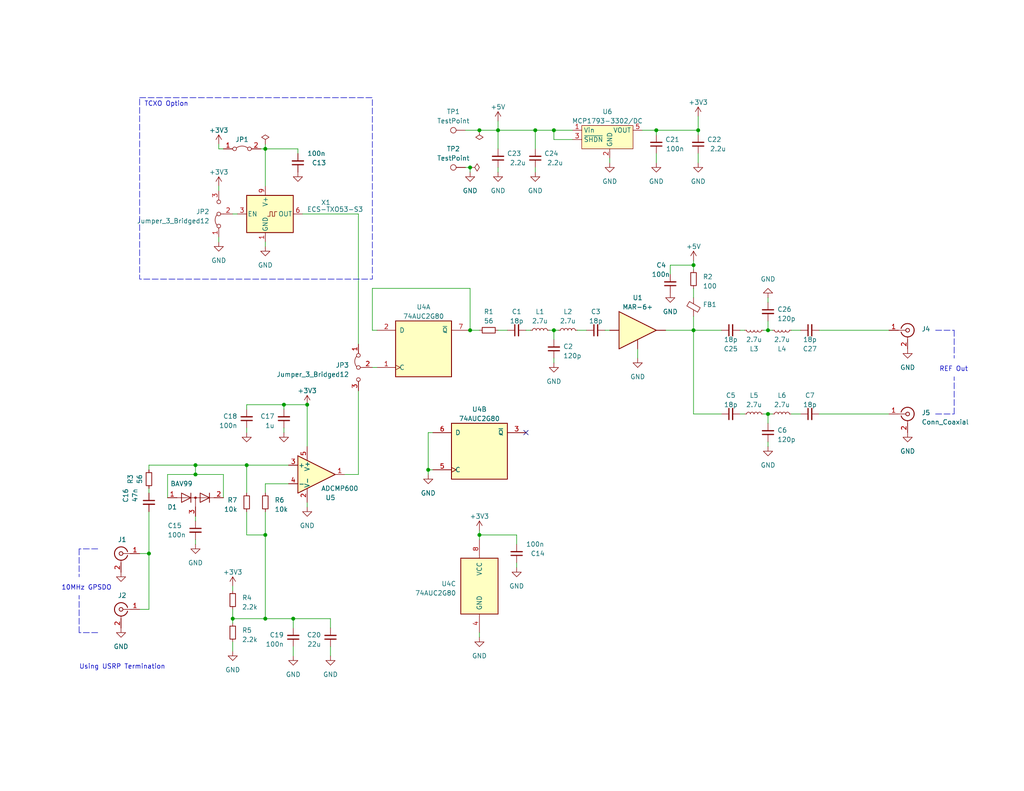
<source format=kicad_sch>
(kicad_sch (version 20230121) (generator eeschema)
  (paper "USLetter")
  (title_block (title "25MHz Reference") (date "2023-06-22") (rev "1") (company "Deep Space Exploration Society") (comment 1 "Designed by Hans Gaensbauer"))
  (lib_symbols
    (symbol "74xGxx:74AUC2G80" (pin_names (offset 1.016))
      (property "Reference" "U" (at -2.54 5.08 0))
      (property "Value" "74AUC2G80" (at 0 -5.08 0))
      (symbol "74AUC2G80_1_1"
        (rectangle (start -7.62 7.62) (end 7.62 -7.62) (stroke (width 0.254)) (fill (type background)))
        (pin input clock (at -12.7 -5.08 0) (length 5.08) (name "C") (number "1"))
        (pin input line (at -12.7 5.08 0) (length 5.08) (name "D") (number "2"))
        (pin output line (at 12.7 5.08 180) (length 5.08) (name "~{Q}") (number "7"))
      )
      (symbol "74AUC2G80_2_1"
        (rectangle (start -7.62 7.62) (end 7.62 -7.62) (stroke (width 0.254)) (fill (type background)))
        (pin output line (at 12.7 5.08 180) (length 5.08) (name "~{Q}") (number "3"))
        (pin input clock (at -12.7 -5.08 0) (length 5.08) (name "C") (number "5"))
        (pin input line (at -12.7 5.08 0) (length 5.08) (name "D") (number "6"))
      )
      (symbol "74AUC2G80_3_0"
        (rectangle (start -5.08 -7.62) (end 5.08 7.62) (stroke (width 0.254)) (fill (type background)))
      )
      (symbol "74AUC2G80_3_1"
        (pin power_in line (at 0 -12.7 90) (length 5.08) (name "GND") (number "4"))
        (pin power_in line (at 0 12.7 270) (length 5.08) (name "VCC") (number "8"))
      )
    )
    (symbol "Connector:Conn_Coaxial" (pin_names (offset 1.016) hide)
      (property "Reference" "J" (at 0.254 3.048 0))
      (property "Value" "Conn_Coaxial" (at 2.921 0 90))
      (symbol "Conn_Coaxial_0_1"
        (arc (start -1.778 -0.508) (mid 0.2311 -1.8066) (end 1.778 0) (stroke (width 0.254)))
        (polyline (pts (xy -2.54 0) (xy -0.508 0)))
        (polyline (pts (xy 0 -2.54) (xy 0 -1.778)))
        (circle (center 0 0) (radius 0.508) (stroke (width 0.2032)))
        (arc (start 1.778 0) (mid 0.2099 1.8101) (end -1.778 0.508) (stroke (width 0.254)))
      )
      (symbol "Conn_Coaxial_1_1"
        (pin passive line (at -5.08 0 0) (length 2.54) (name "In") (number "1"))
        (pin passive line (at 0 -5.08 90) (length 2.54) (name "Ext") (number "2"))
      )
    )
    (symbol "Connector:TestPoint" (pin_numbers hide) (pin_names (offset 0.762) hide)
      (property "Reference" "TP" (at 0 6.858 0))
      (property "Value" "TestPoint" (at 0 5.08 0))
      (symbol "TestPoint_0_1"
        (circle (center 0 3.302) (radius 0.762))
      )
      (symbol "TestPoint_1_1"
        (pin passive line (at 0 0 90) (length 2.54) (name "1") (number "1"))
      )
    )
    (symbol "Device:C_Small" (pin_numbers hide) (pin_names (offset 0.254) hide)
      (property "Reference" "C" (at 0.254 1.778 0))
      (property "Value" "C_Small" (at 0.254 -2.032 0))
      (symbol "C_Small_0_1"
        (polyline (pts (xy -1.524 -0.508) (xy 1.524 -0.508)) (stroke (width 0.3302)))
        (polyline (pts (xy -1.524 0.508) (xy 1.524 0.508)) (stroke (width 0.3048)))
      )
      (symbol "C_Small_1_1"
        (pin passive line (at 0 2.54 270) (length 2.032) (name "~") (number "1"))
        (pin passive line (at 0 -2.54 90) (length 2.032) (name "~") (number "2"))
      )
    )
    (symbol "Device:FerriteBead_Small" (pin_numbers hide) (pin_names (offset 0))
      (property "Reference" "FB" (at 1.905 1.27 0))
      (property "Value" "FerriteBead_Small" (at 1.905 -1.27 0))
      (symbol "FerriteBead_Small_0_1"
        (polyline (pts (xy 0 -1.27) (xy 0 -0.7874)))
        (polyline (pts (xy 0 0.889) (xy 0 1.2954)))
        (polyline (pts (xy -1.8288 0.2794) (xy -1.1176 1.4986) (xy 1.8288 -0.2032) (xy 1.1176 -1.4224) (xy -1.8288 0.2794)))
      )
      (symbol "FerriteBead_Small_1_1"
        (pin passive line (at 0 2.54 270) (length 1.27) (name "~") (number "1"))
        (pin passive line (at 0 -2.54 90) (length 1.27) (name "~") (number "2"))
      )
    )
    (symbol "Device:L_Small" (pin_numbers hide) (pin_names (offset 0.254) hide)
      (property "Reference" "L" (at 0.762 1.016 0))
      (property "Value" "L_Small" (at 0.762 -1.016 0))
      (symbol "L_Small_0_1"
        (arc (start 0 -2.032) (mid 0.5058 -1.524) (end 0 -1.016))
        (arc (start 0 -1.016) (mid 0.5058 -0.508) (end 0 0))
        (arc (start 0 0) (mid 0.5058 0.508) (end 0 1.016))
        (arc (start 0 1.016) (mid 0.5058 1.524) (end 0 2.032))
      )
      (symbol "L_Small_1_1"
        (pin passive line (at 0 2.54 270) (length 0.508) (name "~") (number "1"))
        (pin passive line (at 0 -2.54 90) (length 0.508) (name "~") (number "2"))
      )
    )
    (symbol "Device:R_Small" (pin_numbers hide) (pin_names (offset 0.254) hide)
      (property "Reference" "R" (at 0.762 0.508 0))
      (property "Value" "R_Small" (at 0.762 -1.016 0))
      (symbol "R_Small_0_1"
        (rectangle (start -0.762 1.778) (end 0.762 -1.778) (stroke (width 0.2032)))
      )
      (symbol "R_Small_1_1"
        (pin passive line (at 0 2.54 270) (length 0.762) (name "~") (number "1"))
        (pin passive line (at 0 -2.54 90) (length 0.762) (name "~") (number "2"))
      )
    )
    (symbol "Diode:BAV99" (pin_names hide)
      (property "Reference" "D" (at 0 5.08 0))
      (property "Value" "BAV99" (at 0 2.54 0))
      (symbol "BAV99_0_1"
        (polyline (pts (xy -5.08 0) (xy 5.08 0)))
      )
      (symbol "BAV99_1_1"
        (polyline (pts (xy 0 0) (xy 0 -2.54)))
        (polyline (pts (xy -1.27 -1.27) (xy -1.27 1.27) (xy -1.27 1.27)) (stroke (width 0.2032)))
        (polyline (pts (xy 3.81 1.27) (xy 3.81 -1.27) (xy 3.81 -1.27)) (stroke (width 0.2032)))
        (polyline (pts (xy -3.81 1.27) (xy -1.27 0) (xy -3.81 -1.27) (xy -3.81 1.27) (xy -3.81 1.27) (xy -3.81 1.27)) (stroke (width 0.2032)))
        (polyline (pts (xy 1.27 1.27) (xy 3.81 0) (xy 1.27 -1.27) (xy 1.27 1.27) (xy 1.27 1.27) (xy 1.27 1.27)) (stroke (width 0.2032)))
        (circle (center 0 0) (radius 0.254) (fill (type outline)))
        (pin passive line (at -7.62 0 0) (length 2.54) (name "K") (number "1"))
        (pin passive line (at 7.62 0 180) (length 2.54) (name "A") (number "2"))
        (pin passive line (at 0 -5.08 90) (length 2.54) (name "K") (number "3"))
      )
    )
    (symbol "Jumper:Jumper_2_Bridged" (pin_names (offset 0) hide)
      (property "Reference" "JP" (at 0 1.905 0))
      (property "Value" "Jumper_2_Bridged" (at 0 -2.54 0))
      (symbol "Jumper_2_Bridged_0_0"
        (circle (center -2.032 0) (radius 0.508))
        (circle (center 2.032 0) (radius 0.508))
      )
      (symbol "Jumper_2_Bridged_0_1"
        (arc (start 1.524 0.254) (mid 0 0.762) (end -1.524 0.254))
      )
      (symbol "Jumper_2_Bridged_1_1"
        (pin passive line (at -5.08 0 0) (length 2.54) (name "A") (number "1"))
        (pin passive line (at 5.08 0 180) (length 2.54) (name "B") (number "2"))
      )
    )
    (symbol "Jumper:Jumper_3_Bridged12" (pin_names (offset 0) hide)
      (property "Reference" "JP" (at -2.54 -2.54 0))
      (property "Value" "Jumper_3_Bridged12" (at 0 2.794 0))
      (symbol "Jumper_3_Bridged12_0_0"
        (circle (center -3.302 0) (radius 0.508))
        (circle (center 0 0) (radius 0.508))
        (circle (center 3.302 0) (radius 0.508))
      )
      (symbol "Jumper_3_Bridged12_0_1"
        (arc (start -0.254 0.508) (mid -1.651 0.9912) (end -3.048 0.508))
        (polyline (pts (xy 0 -1.27) (xy 0 -0.508)))
      )
      (symbol "Jumper_3_Bridged12_1_1"
        (pin passive line (at -6.35 0 0) (length 2.54) (name "A") (number "1"))
        (pin passive line (at 0 -3.81 90) (length 2.54) (name "C") (number "2"))
        (pin passive line (at 6.35 0 180) (length 2.54) (name "B") (number "3"))
      )
    )
    (symbol "interferometer:ADCMP600" (pin_names (offset 0.127))
      (property "Reference" "U" (at 1.27 5.08 0))
      (property "Value" "ADCMP600" (at 3.81 -5.08 0))
      (symbol "ADCMP600_0_1"
        (polyline (pts (xy -5.08 5.08) (xy 5.08 0) (xy -5.08 -5.08) (xy -5.08 5.08)) (stroke (width 0.254)) (fill (type background)))
      )
      (symbol "ADCMP600_1_1"
        (pin output line (at 7.62 0 180) (length 2.54) (name "~") (number "1"))
        (pin power_in line (at -2.54 -7.62 90) (length 3.81) (name "V-") (number "2"))
        (pin input line (at -7.62 2.54 0) (length 2.54) (name "+") (number "3"))
        (pin input line (at -7.62 -2.54 0) (length 2.54) (name "-") (number "4"))
        (pin power_in line (at -2.54 7.62 270) (length 3.81) (name "V+") (number "5"))
      )
    )
    (symbol "interferometer:ECS-TXO53-S3" (pin_names (offset 0.254))
      (property "Reference" "X" (at -5.08 6.35 0))
      (property "Value" "ECS-TXO53-S3" (at 1.27 -6.35 0))
      (symbol "ECS-TXO53-S3_0_1"
        (rectangle (start -5.08 5.08) (end 7.62 -5.08) (stroke (width 0.254)) (fill (type background)))
        (polyline (pts (xy 0.635 -0.635) (xy 1.27 -0.635) (xy 1.27 0.635) (xy 1.905 0.635) (xy 1.905 -0.635) (xy 2.54 -0.635) (xy 2.54 0.635) (xy 3.175 0.635)))
      )
      (symbol "ECS-TXO53-S3_1_1"
        (pin power_in line (at 0 -7.62 90) (length 2.54) (name "GND") (number "1"))
        (pin no_connect line (at 1.27 -2.54 270) (length 0) hide (name "NC") (number "10"))
        (pin no_connect line (at -3.81 -2.54 270) (length 0) hide (name "NC") (number "2"))
        (pin input line (at -7.62 0 0) (length 2.54) (name "EN") (number "3"))
        (pin power_in line (at 0 -7.62 180) (length 0) hide (name "GND") (number "4"))
        (pin no_connect line (at -2.54 -2.54 270) (length 0) hide (name "NC") (number "5"))
        (pin output line (at 10.16 0 180) (length 2.54) (name "OUT") (number "6"))
        (pin no_connect line (at -1.27 -2.54 270) (length 0) hide (name "NC") (number "7"))
        (pin no_connect line (at 0 -2.54 270) (length 0) hide (name "NC") (number "8"))
        (pin power_in line (at 0 7.62 270) (length 2.54) (name "V+") (number "9"))
      )
    )
    (symbol "interferometer:MAR-6+" (pin_numbers hide) (pin_names hide)
      (property "Reference" "U" (at 3.81 2.54 0))
      (property "Value" "MAR-6+" (at 7.62 -2.54 0))
      (symbol "MAR-6+_0_1"
        (polyline (pts (xy -5.08 5.08) (xy -5.08 -2.54) (xy -5.08 -5.08) (xy 5.08 0) (xy -5.08 5.08)) (stroke (width 0.254)) (fill (type background)))
      )
      (symbol "MAR-6+_1_1"
        (pin input line (at -7.62 0 0) (length 2.54) (name "RFIN") (number "1"))
        (pin power_in line (at 0 -5.08 90) (length 2.54) (name "GND") (number "2"))
        (pin passive line (at 7.62 0 180) (length 2.54) (name "RFOUT") (number "3"))
        (pin power_in line (at 0 -5.08 0) (length 0) hide (name "GND") (number "4"))
      )
    )
    (symbol "interferometer:MCP1793-3302/DC"
      (property "Reference" "U" (at 2.54 3.81 0))
      (property "Value" "MCP1793-3302/DC" (at 2.54 1.905 0))
      (symbol "MCP1793-3302/DC_1_1"
        (rectangle (start -7.62 2.54) (end 6.35 -3.81) (fill (type background)))
        (pin power_in line (at -10.16 1.27 0) (length 2.54) (name "Vin") (number "1"))
        (pin power_in line (at 0 -6.35 90) (length 2.54) (name "GND") (number "2"))
        (pin input line (at -10.16 -1.27 0) (length 2.54) (name "~{SHDN}") (number "3"))
        (pin no_connect line (at -3.81 0 180) (length 0) hide (name "NC") (number "4"))
        (pin power_out line (at 8.89 1.27 180) (length 2.54) (name "VOUT") (number "5"))
      )
    )
    (symbol "power:+3V3" (power) (pin_names (offset 0))
      (property "Value" "+3V3" (at 0 3.556 0))
      (symbol "+3V3_0_1"
        (polyline (pts (xy -0.762 1.27) (xy 0 2.54)))
        (polyline (pts (xy 0 0) (xy 0 2.54)))
        (polyline (pts (xy 0 2.54) (xy 0.762 1.27)))
      )
      (symbol "+3V3_1_1"
        (pin power_in line (at 0 0 90) (length 0) hide (name "+3V3") (number "1"))
      )
    )
    (symbol "power:+5V" (power) (pin_names (offset 0))
      (property "Value" "+5V" (at 0 3.556 0))
      (symbol "+5V_0_1"
        (polyline (pts (xy -0.762 1.27) (xy 0 2.54)))
        (polyline (pts (xy 0 0) (xy 0 2.54)))
        (polyline (pts (xy 0 2.54) (xy 0.762 1.27)))
      )
      (symbol "+5V_1_1"
        (pin power_in line (at 0 0 90) (length 0) hide (name "+5V") (number "1"))
      )
    )
    (symbol "power:GND" (power) (pin_names (offset 0))
      (property "Value" "GND" (at 0 -3.81 0))
      (symbol "GND_0_1"
        (polyline (pts (xy 0 0) (xy 0 -1.27) (xy 1.27 -1.27) (xy 0 -2.54) (xy -1.27 -1.27) (xy 0 -1.27)))
      )
      (symbol "GND_1_1"
        (pin power_in line (at 0 0 270) (length 0) hide (name "GND") (number "1"))
      )
    )
    (symbol "power:PWR_FLAG" (power) (pin_numbers hide) (pin_names (offset 0) hide)
      (property "Value" "PWR_FLAG" (at 0 3.81 0))
      (symbol "PWR_FLAG_0_0"
        (pin power_out line (at 0 0 90) (length 0) (name "pwr") (number "1"))
      )
      (symbol "PWR_FLAG_0_1"
        (polyline (pts (xy 0 0) (xy 0 1.27) (xy -1.016 1.905) (xy 0 2.54) (xy 1.016 1.905) (xy 0 1.27)))
      )
    )
  )
  (junction (at 116.84 128.27))
  (junction (at 135.89 35.56))
  (junction (at 72.39 168.91))
  (junction (at 130.81 146.05))
  (junction (at 80.01 168.91))
  (junction (at 146.05 35.56))
  (junction (at 72.39 40.64))
  (junction (at 179.07 35.56))
  (junction (at 209.55 90.17))
  (junction (at 77.47 110.49))
  (junction (at 63.5 168.91))
  (junction (at 53.34 127))
  (junction (at 209.55 113.03))
  (junction (at 83.82 110.49))
  (junction (at 53.34 129.54))
  (junction (at 72.39 146.05))
  (junction (at 128.27 90.17))
  (junction (at 130.81 35.56))
  (junction (at 40.64 151.13))
  (junction (at 128.27 45.72))
  (junction (at 190.5 35.56))
  (junction (at 189.23 90.17))
  (junction (at 151.13 35.56))
  (junction (at 67.31 127))
  (junction (at 189.23 72.39))
  (junction (at 151.13 90.17))
  (no_connect (at 143.51 118.11))
  (wire (pts (xy 63.5 168.91) (xy 63.5 170.18)))
  (wire (pts (xy 53.34 129.54) (xy 45.72 129.54)))
  (wire (pts (xy 53.34 140.97) (xy 53.34 142.24)))
  (wire (pts (xy 182.88 72.39) (xy 189.23 72.39)))
  (wire (pts (xy 146.05 45.72) (xy 146.05 46.99)))
  (wire (pts (xy 80.01 176.53) (xy 80.01 179.07)))
  (wire (pts (xy 77.47 110.49) (xy 77.47 111.76)))
  (wire (pts (xy 179.07 35.56) (xy 179.07 36.83)))
  (wire (pts (xy 151.13 38.1) (xy 151.13 35.56)))
  (wire (pts (xy 81.28 40.64) (xy 81.28 41.91)))
  (wire (pts (xy 208.28 90.17) (xy 209.55 90.17)))
  (wire (pts (xy 179.07 35.56) (xy 190.5 35.56)))
  (wire (pts (xy 80.01 168.91) (xy 80.01 171.45)))
  (wire (pts (xy 101.6 78.74) (xy 101.6 90.17)))
  (wire (pts (xy 40.64 127) (xy 40.64 128.27)))
  (wire (pts (xy 97.79 58.42) (xy 82.55 58.42)))
  (wire (pts (xy 182.88 74.93) (xy 182.88 72.39)))
  (wire (pts (xy 40.64 151.13) (xy 40.64 166.37)))
  (wire (pts (xy 59.69 64.77) (xy 59.69 66.04)))
  (polyline (pts (xy 21.59 172.72) (xy 21.59 162.56)) (stroke (width 0) (type dash)))
  (wire (pts (xy 38.1 166.37) (xy 40.64 166.37)))
  (wire (pts (xy 72.39 40.64) (xy 81.28 40.64)))
  (wire (pts (xy 128.27 78.74) (xy 101.6 78.74)))
  (wire (pts (xy 101.6 90.17) (xy 102.87 90.17)))
  (wire (pts (xy 189.23 72.39) (xy 189.23 73.66)))
  (wire (pts (xy 189.23 71.12) (xy 189.23 72.39)))
  (wire (pts (xy 40.64 139.7) (xy 40.64 151.13)))
  (wire (pts (xy 72.39 40.64) (xy 72.39 50.8)))
  (wire (pts (xy 143.51 90.17) (xy 144.78 90.17)))
  (wire (pts (xy 67.31 127) (xy 78.74 127)))
  (wire (pts (xy 60.96 129.54) (xy 60.96 135.89)))
  (wire (pts (xy 116.84 128.27) (xy 116.84 118.11)))
  (wire (pts (xy 215.9 113.03) (xy 218.44 113.03)))
  (wire (pts (xy 209.55 90.17) (xy 209.55 87.63)))
  (wire (pts (xy 209.55 120.65) (xy 209.55 121.92)))
  (polyline (pts (xy 26.67 172.72) (xy 21.59 172.72)) (stroke (width 0) (type dash)))
  (polyline (pts (xy 255.27 113.03) (xy 260.35 113.03)) (stroke (width 0) (type dash)))
  (wire (pts (xy 53.34 147.32) (xy 53.34 148.59)))
  (wire (pts (xy 101.6 100.33) (xy 102.87 100.33)))
  (wire (pts (xy 140.97 146.05) (xy 140.97 148.59)))
  (wire (pts (xy 63.5 168.91) (xy 72.39 168.91)))
  (wire (pts (xy 78.74 132.08) (xy 72.39 132.08)))
  (wire (pts (xy 130.81 146.05) (xy 140.97 146.05)))
  (wire (pts (xy 77.47 116.84) (xy 77.47 118.11)))
  (wire (pts (xy 223.52 90.17) (xy 242.57 90.17)))
  (wire (pts (xy 201.93 90.17) (xy 203.2 90.17)))
  (wire (pts (xy 146.05 35.56) (xy 146.05 40.64)))
  (wire (pts (xy 67.31 127) (xy 67.31 134.62)))
  (wire (pts (xy 116.84 129.54) (xy 116.84 128.27)))
  (wire (pts (xy 138.43 90.17) (xy 135.89 90.17)))
  (wire (pts (xy 189.23 113.03) (xy 196.85 113.03)))
  (wire (pts (xy 67.31 111.76) (xy 67.31 110.49)))
  (wire (pts (xy 67.31 146.05) (xy 72.39 146.05)))
  (wire (pts (xy 157.48 90.17) (xy 160.02 90.17)))
  (wire (pts (xy 45.72 129.54) (xy 45.72 135.89)))
  (wire (pts (xy 223.52 113.03) (xy 242.57 113.03)))
  (wire (pts (xy 53.34 129.54) (xy 60.96 129.54)))
  (wire (pts (xy 40.64 127) (xy 53.34 127)))
  (wire (pts (xy 128.27 90.17) (xy 128.27 78.74)))
  (wire (pts (xy 151.13 97.79) (xy 151.13 99.06)))
  (wire (pts (xy 63.5 166.37) (xy 63.5 168.91)))
  (wire (pts (xy 209.55 113.03) (xy 210.82 113.03)))
  (wire (pts (xy 140.97 153.67) (xy 140.97 154.94)))
  (wire (pts (xy 165.1 90.17) (xy 166.37 90.17)))
  (wire (pts (xy 97.79 93.98) (xy 97.79 58.42)))
  (wire (pts (xy 190.5 41.91) (xy 190.5 44.45)))
  (wire (pts (xy 83.82 137.16) (xy 83.82 138.43)))
  (polyline (pts (xy 260.35 90.17) (xy 260.35 97.79)) (stroke (width 0) (type dash)))
  (wire (pts (xy 93.98 129.54) (xy 97.79 129.54)))
  (wire (pts (xy 59.69 50.8) (xy 59.69 52.07)))
  (wire (pts (xy 215.9 90.17) (xy 218.44 90.17)))
  (wire (pts (xy 189.23 90.17) (xy 189.23 113.03)))
  (wire (pts (xy 128.27 46.99) (xy 128.27 45.72)))
  (wire (pts (xy 130.81 35.56) (xy 135.89 35.56)))
  (wire (pts (xy 189.23 86.36) (xy 189.23 90.17)))
  (wire (pts (xy 59.69 39.37) (xy 59.69 40.64)))
  (wire (pts (xy 128.27 90.17) (xy 130.81 90.17)))
  (wire (pts (xy 72.39 146.05) (xy 72.39 168.91)))
  (wire (pts (xy 63.5 58.42) (xy 64.77 58.42)))
  (wire (pts (xy 90.17 168.91) (xy 90.17 171.45)))
  (wire (pts (xy 128.27 45.72) (xy 127 45.72)))
  (wire (pts (xy 179.07 41.91) (xy 179.07 44.45)))
  (wire (pts (xy 130.81 147.32) (xy 130.81 146.05)))
  (wire (pts (xy 80.01 168.91) (xy 90.17 168.91)))
  (wire (pts (xy 166.37 43.18) (xy 166.37 44.45)))
  (polyline (pts (xy 260.35 113.03) (xy 260.35 102.87)) (stroke (width 0) (type dash)))
  (wire (pts (xy 72.39 139.7) (xy 72.39 146.05)))
  (wire (pts (xy 71.12 40.64) (xy 72.39 40.64)))
  (polyline (pts (xy 255.27 90.17) (xy 260.35 90.17)) (stroke (width 0) (type dash)))
  (wire (pts (xy 135.89 35.56) (xy 146.05 35.56)))
  (wire (pts (xy 151.13 35.56) (xy 156.21 35.56)))
  (wire (pts (xy 67.31 116.84) (xy 67.31 118.11)))
  (wire (pts (xy 130.81 144.78) (xy 130.81 146.05)))
  (wire (pts (xy 97.79 129.54) (xy 97.79 106.68)))
  (wire (pts (xy 38.1 151.13) (xy 40.64 151.13)))
  (wire (pts (xy 67.31 139.7) (xy 67.31 146.05)))
  (wire (pts (xy 130.81 172.72) (xy 130.81 173.99)))
  (wire (pts (xy 40.64 134.62) (xy 40.64 133.35)))
  (wire (pts (xy 83.82 110.49) (xy 83.82 121.92)))
  (wire (pts (xy 135.89 35.56) (xy 135.89 40.64)))
  (wire (pts (xy 72.39 168.91) (xy 80.01 168.91)))
  (wire (pts (xy 156.21 38.1) (xy 151.13 38.1)))
  (wire (pts (xy 151.13 90.17) (xy 151.13 92.71)))
  (wire (pts (xy 63.5 160.02) (xy 63.5 161.29)))
  (wire (pts (xy 209.55 82.55) (xy 209.55 81.28)))
  (polyline (pts (xy 21.59 149.86) (xy 21.59 157.48)) (stroke (width 0) (type dash)))
  (wire (pts (xy 201.93 113.03) (xy 203.2 113.03)))
  (wire (pts (xy 190.5 35.56) (xy 190.5 36.83)))
  (wire (pts (xy 146.05 35.56) (xy 151.13 35.56)))
  (wire (pts (xy 208.28 113.03) (xy 209.55 113.03)))
  (wire (pts (xy 116.84 128.27) (xy 118.11 128.27)))
  (wire (pts (xy 189.23 78.74) (xy 189.23 81.28)))
  (wire (pts (xy 190.5 31.75) (xy 190.5 35.56)))
  (wire (pts (xy 149.86 90.17) (xy 151.13 90.17)))
  (wire (pts (xy 63.5 175.26) (xy 63.5 177.8)))
  (wire (pts (xy 59.69 40.64) (xy 60.96 40.64)))
  (wire (pts (xy 77.47 110.49) (xy 83.82 110.49)))
  (wire (pts (xy 116.84 118.11) (xy 118.11 118.11)))
  (wire (pts (xy 72.39 39.37) (xy 72.39 40.64)))
  (wire (pts (xy 175.26 35.56) (xy 179.07 35.56)))
  (wire (pts (xy 151.13 90.17) (xy 152.4 90.17)))
  (wire (pts (xy 90.17 176.53) (xy 90.17 179.07)))
  (wire (pts (xy 135.89 45.72) (xy 135.89 46.99)))
  (polyline (pts (xy 26.67 149.86) (xy 21.59 149.86)) (stroke (width 0) (type dash)))
  (wire (pts (xy 209.55 90.17) (xy 210.82 90.17)))
  (wire (pts (xy 72.39 132.08) (xy 72.39 134.62)))
  (wire (pts (xy 189.23 90.17) (xy 196.85 90.17)))
  (wire (pts (xy 67.31 110.49) (xy 77.47 110.49)))
  (wire (pts (xy 189.23 90.17) (xy 181.61 90.17)))
  (wire (pts (xy 53.34 127) (xy 53.34 129.54)))
  (wire (pts (xy 135.89 33.02) (xy 135.89 35.56)))
  (wire (pts (xy 127 35.56) (xy 130.81 35.56)))
  (wire (pts (xy 72.39 66.04) (xy 72.39 67.31)))
  (wire (pts (xy 209.55 113.03) (xy 209.55 115.57)))
  (wire (pts (xy 53.34 127) (xy 67.31 127)))
  (wire (pts (xy 173.99 95.25) (xy 173.99 97.79)))
  (rectangle (start 38.1 26.67) (end 101.6 76.2) (stroke (width 0) (type dash)))
  (text "REF Out" (at 264.16 101.6 0) (effects (font (size 1.27 1.27)) (justify right bottom)))
  (text "Using USRP Termination" (at 21.59 182.88 0) (effects (font (size 1.27 1.27)) (justify left bottom)))
  (text "10MHz GPSDO" (at 30.48 161.29 0) (effects (font (size 1.27 1.27)) (justify right bottom)))
  (text "TCXO Option" (at 39.37 29.21 0) (effects (font (size 1.27 1.27)) (justify left bottom)))
  (symbol (lib_id "power:+3V3") (at 59.69 50.8 0) (unit 1)
    (property "Reference" "#PWR019" (effects hide))
    (property "Value" "+3V3" (at 59.69 46.99 0))
  )
  (symbol (lib_id "Jumper:Jumper_2_Bridged") (at 66.04 40.64 0) (unit 1)
    (property "Reference" "JP1" (at 66.04 38.1 0))
    (property "Value" "Jumper_2_Bridged" (effects hide))
    (property "Footprint" "Resistor_SMD:R_0603_1608Metric" (effects hide))
  )
  (symbol (lib_id "Device:C_Small") (at 182.88 77.47 180) (unit 1)
    (property "Reference" "C4" (at 179.07 72.39 0) (effects (justify right)))
    (property "Value" "100n" (at 177.8 74.93 0) (effects (justify right)))
    (property "Footprint" "Capacitor_SMD:C_1206_3216Metric" (effects hide))
  )
  (symbol (lib_id "Device:C_Small") (at 190.5 39.37 0) (mirror x) (unit 1)
    (property "Reference" "C22" (at 196.85 38.1 0) (effects (justify right)))
    (property "Value" "2.2u" (at 198.12 40.64 0) (effects (justify right)))
    (property "Footprint" "Capacitor_SMD:C_0603_1608Metric" (effects hide))
  )
  (symbol (lib_id "power:+3V3") (at 59.69 39.37 0) (unit 1)
    (property "Reference" "#PWR017" (effects hide))
    (property "Value" "+3V3" (at 59.69 35.56 0))
  )
  (symbol (lib_id "Device:C_Small") (at 67.31 114.3 0) (mirror x) (unit 1)
    (property "Reference" "C18" (at 64.77 113.6586 0) (effects (justify right)))
    (property "Value" "100n" (at 64.77 116.1986 0) (effects (justify right)))
    (property "Footprint" "Capacitor_SMD:C_1206_3216Metric" (effects hide))
  )
  (symbol (lib_id "Device:R_Small") (at 189.23 76.2 0) (unit 1)
    (property "Reference" "R2" (at 191.77 75.565 0) (effects (justify left)))
    (property "Value" "100" (at 191.77 78.105 0) (effects (justify left)))
    (property "Footprint" "Resistor_SMD:R_0603_1608Metric" (effects hide))
  )
  (symbol (lib_id "74xGxx:74AUC2G80") (at 115.57 95.25 0) (unit 1)
    (property "Reference" "U4" (at 115.57 83.82 0))
    (property "Value" "74AUC2G80" (at 115.57 86.36 0))
    (property "Footprint" "Package_SO:VSSOP-8_2.3x2mm_P0.5mm" (effects hide))
    (property "Datasheet" "http://www.ti.com/lit/sg/scyt129e/scyt129e.pdf" (effects hide))
  )
  (symbol (lib_id "Device:C_Small") (at 77.47 114.3 0) (mirror x) (unit 1)
    (property "Reference" "C17" (at 74.93 113.6586 0) (effects (justify right)))
    (property "Value" "1u" (at 74.93 116.1986 0) (effects (justify right)))
    (property "Footprint" "Capacitor_SMD:C_0603_1608Metric" (effects hide))
  )
  (symbol (lib_id "Device:L_Small") (at 213.36 90.17 90) (mirror x) (unit 1)
    (property "Reference" "L4" (at 213.36 95.25 90))
    (property "Value" "2.7u" (at 213.36 92.71 90))
    (property "Footprint" "Inductor_SMD:L_0603_1608Metric" (effects hide))
  )
  (symbol (lib_id "power:GND") (at 59.69 66.04 0) (unit 1)
    (property "Reference" "#PWR018" (effects hide))
    (property "Value" "GND" (at 59.69 71.12 0))
  )
  (symbol (lib_id "Device:C_Small") (at 90.17 173.99 0) (mirror x) (unit 1)
    (property "Reference" "C20" (at 87.63 173.3486 0) (effects (justify right)))
    (property "Value" "22u" (at 87.63 175.8886 0) (effects (justify right)))
    (property "Footprint" "Capacitor_SMD:C_0805_2012Metric" (effects hide))
  )
  (symbol (lib_id "Device:L_Small") (at 205.74 113.03 90) (unit 1)
    (property "Reference" "L5" (at 205.74 107.95 90))
    (property "Value" "2.7u" (at 205.74 110.49 90))
    (property "Footprint" "Inductor_SMD:L_0603_1608Metric" (effects hide))
  )
  (symbol (lib_id "power:PWR_FLAG") (at 128.27 45.72 270) (unit 1)
    (property "Reference" "#FLG02" (effects hide))
    (property "Value" "PWR_FLAG" (effects hide))
  )
  (symbol (lib_id "power:GND") (at 179.07 44.45 0) (unit 1)
    (property "Reference" "#PWR036" (effects hide))
    (property "Value" "GND" (at 179.07 49.53 0))
  )
  (symbol (lib_id "power:GND") (at 81.28 46.99 0) (unit 1)
    (property "Reference" "#PWR016" (effects hide))
    (property "Value" "GND" (effects hide))
  )
  (symbol (lib_id "Device:L_Small") (at 205.74 90.17 90) (mirror x) (unit 1)
    (property "Reference" "L3" (at 205.74 95.25 90))
    (property "Value" "2.7u" (at 205.74 92.71 90))
    (property "Footprint" "Inductor_SMD:L_0603_1608Metric" (effects hide))
  )
  (symbol (lib_id "power:GND") (at 209.55 81.28 0) (mirror x) (unit 1)
    (property "Reference" "#PWR041" (effects hide))
    (property "Value" "GND" (at 209.55 76.2 0))
  )
  (symbol (lib_id "Connector:TestPoint") (at 127 35.56 90) (unit 1)
    (property "Reference" "TP1" (at 123.698 30.48 90))
    (property "Value" "TestPoint" (at 123.698 33.02 90))
    (property "Footprint" "TestPoint:TestPoint_THTPad_2.5x2.5mm_Drill1.2mm" (effects hide))
  )
  (symbol (lib_id "Device:C_Small") (at 209.55 85.09 0) (mirror y) (unit 1)
    (property "Reference" "C26" (at 212.09 84.4613 0) (effects (justify right)))
    (property "Value" "120p" (at 212.09 87.0013 0) (effects (justify right)))
    (property "Footprint" "Capacitor_SMD:C_0603_1608Metric" (effects hide))
  )
  (symbol (lib_id "power:GND") (at 33.02 156.21 0) (unit 1)
    (property "Reference" "#PWR03" (effects hide))
    (property "Value" "GND" (effects hide))
  )
  (symbol (lib_id "power:GND") (at 80.01 179.07 0) (mirror y) (unit 1)
    (property "Reference" "#PWR029" (effects hide))
    (property "Value" "GND" (at 80.01 184.15 0))
  )
  (symbol (lib_id "power:GND") (at 151.13 99.06 0) (unit 1)
    (property "Reference" "#PWR01" (effects hide))
    (property "Value" "GND" (at 151.13 104.14 0))
  )
  (symbol (lib_id "Device:R_Small") (at 133.35 90.17 90) (unit 1)
    (property "Reference" "R1" (at 133.35 85.09 90))
    (property "Value" "56" (at 133.35 87.63 90))
    (property "Footprint" "Resistor_SMD:R_0603_1608Metric" (effects hide))
  )
  (symbol (lib_id "Device:C_Small") (at 40.64 137.16 0) (mirror y) (unit 1)
    (property "Reference" "C16" (at 34.29 133.35 90) (effects (justify right)))
    (property "Value" "47n" (at 36.83 133.35 90) (effects (justify right)))
    (property "Footprint" "Capacitor_SMD:C_0603_1608Metric" (effects hide))
  )
  (symbol (lib_id "power:GND") (at 53.34 148.59 0) (unit 1)
    (property "Reference" "#PWR024" (effects hide))
    (property "Value" "GND" (at 53.34 153.67 0))
  )
  (symbol (lib_id "power:GND") (at 166.37 44.45 0) (unit 1)
    (property "Reference" "#PWR034" (effects hide))
    (property "Value" "GND" (at 166.37 49.53 0))
  )
  (symbol (lib_id "power:GND") (at 173.99 97.79 0) (unit 1)
    (property "Reference" "#PWR07" (effects hide))
    (property "Value" "GND" (at 173.99 102.87 0))
  )
  (symbol (lib_id "Connector:Conn_Coaxial") (at 33.02 166.37 0) (mirror y) (unit 1)
    (property "Reference" "J2" (at 33.3374 162.56 0))
    (property "Value" "Conn_Coaxial" (effects hide))
    (property "Footprint" "Connector_Coaxial:SMA_Samtec_SMA-J-P-X-ST-EM1_EdgeMount" (effects hide))
    (property "Datasheet" " ~" (effects hide))
  )
  (symbol (lib_id "power:GND") (at 146.05 46.99 0) (unit 1)
    (property "Reference" "#PWR038" (effects hide))
    (property "Value" "GND" (at 146.05 52.07 0))
  )
  (symbol (lib_id "Device:C_Small") (at 135.89 43.18 0) (mirror x) (unit 1)
    (property "Reference" "C23" (at 142.24 41.91 0) (effects (justify right)))
    (property "Value" "2.2u" (at 143.51 44.45 0) (effects (justify right)))
    (property "Footprint" "Capacitor_SMD:C_0603_1608Metric" (effects hide))
  )
  (symbol (lib_id "power:GND") (at 90.17 179.07 0) (mirror y) (unit 1)
    (property "Reference" "#PWR030" (effects hide))
    (property "Value" "GND" (at 90.17 184.15 0))
  )
  (symbol (lib_id "74xGxx:74AUC2G80") (at 130.81 123.19 0) (unit 2)
    (property "Reference" "U4" (at 130.81 111.76 0))
    (property "Value" "74AUC2G80" (at 130.81 114.3 0))
    (property "Footprint" "Package_SO:VSSOP-8_2.3x2mm_P0.5mm" (effects hide))
    (property "Datasheet" "http://www.ti.com/lit/sg/scyt129e/scyt129e.pdf" (effects hide))
  )
  (symbol (lib_id "Device:R_Small") (at 63.5 163.83 0) (unit 1)
    (property "Reference" "R4" (at 66.04 163.195 0) (effects (justify left)))
    (property "Value" "2.2k" (at 66.04 165.735 0) (effects (justify left)))
    (property "Footprint" "Resistor_SMD:R_0603_1608Metric" (effects hide))
  )
  (symbol (lib_id "power:GND") (at 247.65 95.25 0) (unit 1)
    (property "Reference" "#PWR014" (effects hide))
    (property "Value" "GND" (at 247.65 100.33 0))
  )
  (symbol (lib_id "Device:C_Small") (at 179.07 39.37 0) (mirror x) (unit 1)
    (property "Reference" "C21" (at 185.42 38.1 0) (effects (justify right)))
    (property "Value" "100n" (at 186.69 40.64 0) (effects (justify right)))
    (property "Footprint" "Capacitor_SMD:C_1206_3216Metric" (effects hide))
  )
  (symbol (lib_id "Device:C_Small") (at 209.55 118.11 180) (unit 1)
    (property "Reference" "C6" (at 212.09 117.4686 0) (effects (justify right)))
    (property "Value" "120p" (at 212.09 120.0086 0) (effects (justify right)))
    (property "Footprint" "Capacitor_SMD:C_0603_1608Metric" (effects hide))
  )
  (symbol (lib_id "power:GND") (at 63.5 177.8 0) (unit 1)
    (property "Reference" "#PWR025" (effects hide))
    (property "Value" "GND" (at 63.5 182.88 0))
  )
  (symbol (lib_id "power:GND") (at 72.39 67.31 0) (unit 1)
    (property "Reference" "#PWR011" (effects hide))
    (property "Value" "GND" (at 72.39 72.39 0))
  )
  (symbol (lib_id "Device:C_Small") (at 162.56 90.17 90) (unit 1)
    (property "Reference" "C3" (at 162.5663 85.09 90))
    (property "Value" "18p" (at 162.5663 87.63 90))
    (property "Footprint" "Capacitor_SMD:C_0603_1608Metric" (effects hide))
  )
  (symbol (lib_id "Device:L_Small") (at 147.32 90.17 90) (unit 1)
    (property "Reference" "L1" (at 147.32 85.09 90))
    (property "Value" "2.7u" (at 147.32 87.63 90))
    (property "Footprint" "Inductor_SMD:L_0603_1608Metric" (effects hide))
  )
  (symbol (lib_id "Device:L_Small") (at 213.36 113.03 90) (unit 1)
    (property "Reference" "L6" (at 213.36 107.95 90))
    (property "Value" "2.7u" (at 213.36 110.49 90))
    (property "Footprint" "Inductor_SMD:L_0603_1608Metric" (effects hide))
  )
  (symbol (lib_id "interferometer:MCP1793-3302/DC") (at 166.37 36.83 0) (unit 1)
    (property "Reference" "U6" (at 165.735 30.48 0))
    (property "Value" "MCP1793-3302/DC" (at 165.735 33.02 0))
    (property "Footprint" "Package_TO_SOT_SMD:SOT-23-5" (effects hide))
    (property "Datasheet" "https://www.mouser.com/datasheet/2/268/MCP1792_Family_Data_Sheet_DS20006229D-2891803.pdf" (effects hide))
  )
  (symbol (lib_id "Connector:TestPoint") (at 127 45.72 90) (unit 1)
    (property "Reference" "TP2" (at 123.698 40.64 90))
    (property "Value" "TestPoint" (at 123.698 43.18 90))
    (property "Footprint" "TestPoint:TestPoint_THTPad_2.5x2.5mm_Drill1.2mm" (effects hide))
  )
  (symbol (lib_id "Device:C_Small") (at 80.01 173.99 0) (mirror x) (unit 1)
    (property "Reference" "C19" (at 77.47 173.3486 0) (effects (justify right)))
    (property "Value" "100n" (at 77.47 175.8886 0) (effects (justify right)))
    (property "Footprint" "Capacitor_SMD:C_1206_3216Metric" (effects hide))
  )
  (symbol (lib_id "interferometer:ADCMP600") (at 86.36 129.54 0) (unit 1)
    (property "Reference" "U5" (at 90.17 135.89 0))
    (property "Value" "ADCMP600" (at 92.71 133.35 0))
    (property "Footprint" "Package_TO_SOT_SMD:SOT-353_SC-70-5" (effects hide))
    (property "Datasheet" "https://www.mouser.com/datasheet/2/609/ADCMP600_601_602-3120114.pdf" (effects hide))
  )
  (symbol (lib_id "Device:C_Small") (at 53.34 144.78 0) (mirror y) (unit 1)
    (property "Reference" "C15" (at 45.72 143.51 0) (effects (justify right)))
    (property "Value" "100n" (at 45.72 146.05 0) (effects (justify right)))
    (property "Footprint" "Capacitor_SMD:C_1206_3216Metric" (effects hide))
  )
  (symbol (lib_id "Device:C_Small") (at 151.13 95.25 180) (unit 1)
    (property "Reference" "C2" (at 153.67 94.6086 0) (effects (justify right)))
    (property "Value" "120p" (at 153.67 97.1486 0) (effects (justify right)))
    (property "Footprint" "Capacitor_SMD:C_0603_1608Metric" (effects hide))
  )
  (symbol (lib_id "Connector:Conn_Coaxial") (at 247.65 113.03 0) (unit 1)
    (property "Reference" "J5" (at 251.46 112.6882 0) (effects (justify left)))
    (property "Value" "Conn_Coaxial" (at 251.46 115.2282 0) (effects (justify left)))
    (property "Footprint" "Connector_Coaxial:SMA_Samtec_SMA-J-P-X-ST-EM1_EdgeMount" (effects hide))
    (property "Datasheet" " ~" (effects hide))
  )
  (symbol (lib_id "Device:C_Small") (at 199.39 90.17 90) (mirror x) (unit 1)
    (property "Reference" "C25" (at 199.3963 95.25 90))
    (property "Value" "18p" (at 199.3963 92.71 90))
    (property "Footprint" "Capacitor_SMD:C_0603_1608Metric" (effects hide))
  )
  (symbol (lib_id "power:PWR_FLAG") (at 130.81 35.56 180) (unit 1)
    (property "Reference" "#FLG01" (effects hide))
    (property "Value" "PWR_FLAG" (effects hide))
  )
  (symbol (lib_id "power:GND") (at 209.55 121.92 0) (unit 1)
    (property "Reference" "#PWR04" (effects hide))
    (property "Value" "GND" (at 209.55 127 0))
  )
  (symbol (lib_id "power:GND") (at 128.27 46.99 0) (unit 1)
    (property "Reference" "#PWR040" (effects hide))
    (property "Value" "GND" (at 128.27 52.07 0))
  )
  (symbol (lib_id "power:GND") (at 67.31 118.11 0) (mirror y) (unit 1)
    (property "Reference" "#PWR027" (effects hide))
    (property "Value" "GND" (effects hide))
  )
  (symbol (lib_id "Device:R_Small") (at 72.39 137.16 180) (unit 1)
    (property "Reference" "R6" (at 74.93 136.525 0) (effects (justify right)))
    (property "Value" "10k" (at 74.93 139.065 0) (effects (justify right)))
    (property "Footprint" "Resistor_SMD:R_0603_1608Metric" (effects hide))
  )
  (symbol (lib_id "power:+5V") (at 135.89 33.02 0) (unit 1)
    (property "Reference" "#PWR033" (effects hide))
    (property "Value" "+5V" (at 135.89 29.21 0))
  )
  (symbol (lib_id "Device:C_Small") (at 81.28 44.45 180) (unit 1)
    (property "Reference" "C13" (at 85.09 44.45 0) (effects (justify right)))
    (property "Value" "100n" (at 83.82 41.91 0) (effects (justify right)))
    (property "Footprint" "Capacitor_SMD:C_1206_3216Metric" (effects hide))
  )
  (symbol (lib_id "power:GND") (at 33.02 171.45 0) (unit 1)
    (property "Reference" "#PWR02" (effects hide))
    (property "Value" "GND" (at 33.02 176.53 0))
  )
  (symbol (lib_id "74xGxx:74AUC2G80") (at 130.81 160.02 0) (mirror y) (unit 3)
    (property "Reference" "U4" (at 124.46 159.385 0) (effects (justify left)))
    (property "Value" "74AUC2G80" (at 124.46 161.925 0) (effects (justify left)))
    (property "Footprint" "Package_SO:VSSOP-8_2.3x2mm_P0.5mm" (effects hide))
    (property "Datasheet" "http://www.ti.com/lit/sg/scyt129e/scyt129e.pdf" (effects hide))
  )
  (symbol (lib_id "Device:R_Small") (at 40.64 130.81 180) (unit 1)
    (property "Reference" "R3" (at 35.56 130.81 90))
    (property "Value" "56" (at 38.1 130.81 90))
    (property "Footprint" "Resistor_SMD:R_0603_1608Metric" (effects hide))
  )
  (symbol (lib_id "power:GND") (at 140.97 154.94 0) (unit 1)
    (property "Reference" "#PWR022" (effects hide))
    (property "Value" "GND" (at 140.97 160.02 0))
  )
  (symbol (lib_id "Device:C_Small") (at 146.05 43.18 0) (mirror x) (unit 1)
    (property "Reference" "C24" (at 152.4 41.91 0) (effects (justify right)))
    (property "Value" "2.2u" (at 153.67 44.45 0) (effects (justify right)))
    (property "Footprint" "Capacitor_SMD:C_0603_1608Metric" (effects hide))
  )
  (symbol (lib_id "Device:C_Small") (at 220.98 113.03 90) (unit 1)
    (property "Reference" "C7" (at 220.9863 107.95 90))
    (property "Value" "18p" (at 220.9863 110.49 90))
    (property "Footprint" "Capacitor_SMD:C_0603_1608Metric" (effects hide))
  )
  (symbol (lib_id "Jumper:Jumper_3_Bridged12") (at 97.79 100.33 90) (mirror x) (unit 1)
    (property "Reference" "JP3" (at 95.25 99.695 90) (effects (justify left)))
    (property "Value" "Jumper_3_Bridged12" (at 95.25 102.235 90) (effects (justify left)))
    (property "Footprint" "Jumper:SolderJumper-3_P1.3mm_Open_Pad1.0x1.5mm" (effects hide))
  )
  (symbol (lib_id "interferometer:ECS-TXO53-S3") (at 72.39 58.42 0) (unit 1)
    (property "Reference" "X1" (at 88.9 55.2959 0))
    (property "Value" "ECS-TXO53-S3" (at 91.44 57.15 0))
    (property "Footprint" "interferometer:ECS-TXO53-S3" (effects hide))
    (property "Datasheet" "https://www.mouser.com/datasheet/2/122/ECS_TXO53_S3-3082752.pdf" (effects hide))
  )
  (symbol (lib_id "power:GND") (at 116.84 129.54 0) (unit 1)
    (property "Reference" "#PWR023" (effects hide))
    (property "Value" "GND" (at 116.84 134.62 0))
  )
  (symbol (lib_id "Jumper:Jumper_3_Bridged12") (at 59.69 58.42 90) (unit 1)
    (property "Reference" "JP2" (at 57.15 57.785 90) (effects (justify left)))
    (property "Value" "Jumper_3_Bridged12" (at 57.15 60.325 90) (effects (justify left)))
    (property "Footprint" "Jumper:SolderJumper-3_P1.3mm_Bridged12_Pad1.0x1.5mm" (effects hide))
  )
  (symbol (lib_id "Device:C_Small") (at 140.97 90.17 90) (unit 1)
    (property "Reference" "C1" (at 140.9763 85.09 90))
    (property "Value" "18p" (at 140.9763 87.63 90))
    (property "Footprint" "Capacitor_SMD:C_0603_1608Metric" (effects hide))
  )
  (symbol (lib_id "interferometer:MAR-6+") (at 173.99 90.17 0) (unit 1)
    (property "Reference" "U1" (at 173.99 81.28 0))
    (property "Value" "MAR-6+" (at 173.99 83.82 0))
    (property "Footprint" "interferometer:MINICIRCUITS_VV105" (effects hide))
    (property "Datasheet" "https://www.mouser.com/datasheet/2/1030/MAR_6_2b-1700686.pdf" (effects hide))
  )
  (symbol (lib_id "power:GND") (at 135.89 46.99 0) (unit 1)
    (property "Reference" "#PWR039" (effects hide))
    (property "Value" "GND" (at 135.89 52.07 0))
  )
  (symbol (lib_id "Connector:Conn_Coaxial") (at 247.65 90.17 0) (unit 1)
    (property "Reference" "J4" (at 251.46 89.8282 0) (effects (justify left)))
    (property "Value" "Conn_Coaxial" (effects hide))
    (property "Footprint" "Connector_Coaxial:SMA_Samtec_SMA-J-P-X-ST-EM1_EdgeMount" (effects hide))
    (property "Datasheet" " ~" (effects hide))
  )
  (symbol (lib_id "power:GND") (at 83.82 138.43 0) (unit 1)
    (property "Reference" "#PWR032" (effects hide))
    (property "Value" "GND" (at 83.82 143.51 0))
  )
  (symbol (lib_id "Device:FerriteBead_Small") (at 189.23 83.82 0) (unit 1)
    (property "Reference" "FB1" (at 191.77 83.1469 0) (effects (justify left)))
    (property "Value" "FerriteBead_Small" (effects hide))
    (property "Footprint" "Inductor_SMD:L_0805_2012Metric" (effects hide))
  )
  (symbol (lib_id "power:+3V3") (at 190.5 31.75 0) (unit 1)
    (property "Reference" "#PWR035" (effects hide))
    (property "Value" "+3V3" (at 190.5 27.94 0))
  )
  (symbol (lib_id "Device:R_Small") (at 67.31 137.16 0) (mirror x) (unit 1)
    (property "Reference" "R7" (at 64.77 136.525 0) (effects (justify right)))
    (property "Value" "10k" (at 64.77 139.065 0) (effects (justify right)))
    (property "Footprint" "Resistor_SMD:R_0603_1608Metric" (effects hide))
  )
  (symbol (lib_id "power:+3V3") (at 130.81 144.78 0) (unit 1)
    (property "Reference" "#PWR021" (effects hide))
    (property "Value" "+3V3" (at 130.81 140.97 0))
  )
  (symbol (lib_id "Device:L_Small") (at 154.94 90.17 90) (unit 1)
    (property "Reference" "L2" (at 154.94 85.09 90))
    (property "Value" "2.7u" (at 154.94 87.63 90))
    (property "Footprint" "Inductor_SMD:L_0603_1608Metric" (effects hide))
  )
  (symbol (lib_id "Device:R_Small") (at 63.5 172.72 0) (unit 1)
    (property "Reference" "R5" (at 66.04 172.085 0) (effects (justify left)))
    (property "Value" "2.2k" (at 66.04 174.625 0) (effects (justify left)))
    (property "Footprint" "Resistor_SMD:R_0603_1608Metric" (effects hide))
  )
  (symbol (lib_id "Connector:Conn_Coaxial") (at 33.02 151.13 0) (mirror y) (unit 1)
    (property "Reference" "J1" (at 33.3374 147.32 0))
    (property "Value" "Conn_Coaxial" (effects hide))
    (property "Footprint" "Connector_Coaxial:SMA_Samtec_SMA-J-P-X-ST-EM1_EdgeMount" (effects hide))
    (property "Datasheet" " ~" (effects hide))
  )
  (symbol (lib_id "Device:C_Small") (at 140.97 151.13 180) (unit 1)
    (property "Reference" "C14" (at 144.78 151.13 0) (effects (justify right)))
    (property "Value" "100n" (at 143.51 148.59 0) (effects (justify right)))
    (property "Footprint" "Capacitor_SMD:C_1206_3216Metric" (effects hide))
  )
  (symbol (lib_id "power:GND") (at 182.88 80.01 0) (unit 1)
    (property "Reference" "#PWR08" (effects hide))
    (property "Value" "GND" (at 182.88 85.09 0))
  )
  (symbol (lib_id "power:GND") (at 130.81 173.99 0) (unit 1)
    (property "Reference" "#PWR020" (effects hide))
    (property "Value" "GND" (at 130.81 179.07 0))
  )
  (symbol (lib_id "power:GND") (at 190.5 44.45 0) (unit 1)
    (property "Reference" "#PWR037" (effects hide))
    (property "Value" "GND" (at 190.5 49.53 0))
  )
  (symbol (lib_id "power:PWR_FLAG") (at 72.39 39.37 0) (unit 1)
    (property "Reference" "#FLG03" (effects hide))
    (property "Value" "PWR_FLAG" (effects hide))
  )
  (symbol (lib_id "Device:C_Small") (at 199.39 113.03 90) (unit 1)
    (property "Reference" "C5" (at 199.3963 107.95 90))
    (property "Value" "18p" (at 199.3963 110.49 90))
    (property "Footprint" "Capacitor_SMD:C_0603_1608Metric" (effects hide))
  )
  (symbol (lib_id "power:+5V") (at 189.23 71.12 0) (unit 1)
    (property "Reference" "#PWR06" (effects hide))
    (property "Value" "+5V" (at 189.23 67.31 0))
  )
  (symbol (lib_id "power:GND") (at 77.47 118.11 0) (mirror y) (unit 1)
    (property "Reference" "#PWR028" (effects hide))
    (property "Value" "GND" (effects hide))
  )
  (symbol (lib_id "power:+3V3") (at 83.82 110.49 0) (unit 1)
    (property "Reference" "#PWR026" (effects hide))
    (property "Value" "+3V3" (at 83.82 106.68 0))
  )
  (symbol (lib_id "power:+3V3") (at 63.5 160.02 0) (unit 1)
    (property "Reference" "#PWR031" (effects hide))
    (property "Value" "+3V3" (at 63.5 156.21 0))
  )
  (symbol (lib_id "Device:C_Small") (at 220.98 90.17 90) (mirror x) (unit 1)
    (property "Reference" "C27" (at 220.9863 95.25 90))
    (property "Value" "18p" (at 220.9863 92.71 90))
    (property "Footprint" "Capacitor_SMD:C_0603_1608Metric" (effects hide))
  )
  (symbol (lib_id "power:GND") (at 247.65 118.11 0) (unit 1)
    (property "Reference" "#PWR015" (effects hide))
    (property "Value" "GND" (at 247.65 123.19 0))
  )
  (symbol (lib_id "Diode:BAV99") (at 53.34 135.89 0) (unit 1)
    (property "Reference" "D1" (at 46.99 138.43 0))
    (property "Value" "BAV99" (at 49.53 132.08 0))
    (property "Footprint" "Package_TO_SOT_SMD:SOT-23" (effects hide))
    (property "Datasheet" "https://assets.nexperia.com/documents/data-sheet/BAV99_SER.pdf" (effects hide))
  )
)
</source>
